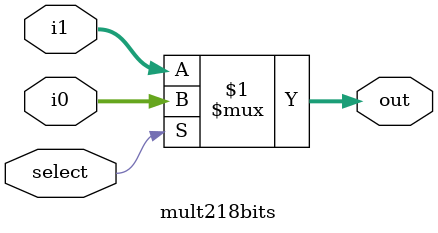
<source format=sv>
module mult218bits(i0,i1,select,out);
input logic [7:0] i0, i1;
input logic select;
output logic[7:0] out;
assign out=(select)?i0:i1;
endmodule

</source>
